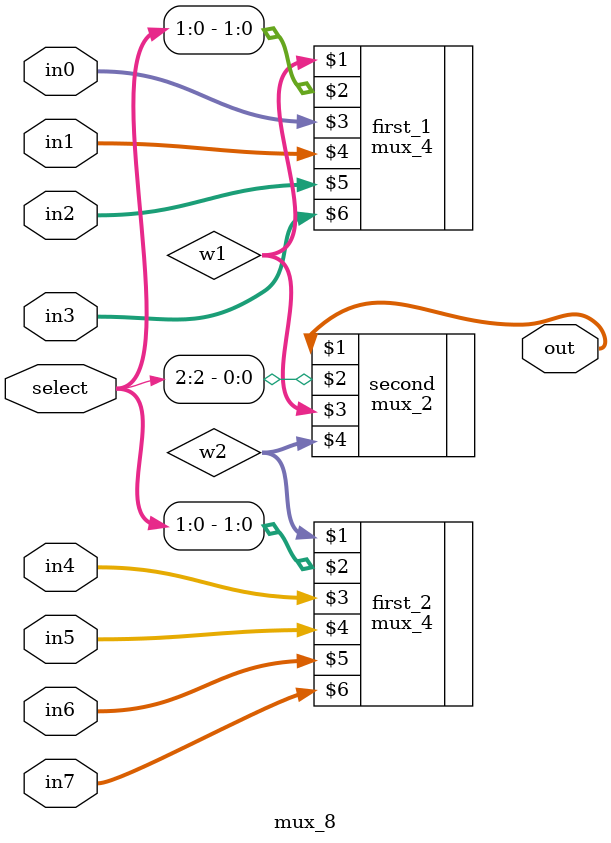
<source format=v>
module mux_8(out, select, in0, in1, in2, in3, in4, in5, in6, in7);
    input [2:0] select;
    input [31:0] in0, in1, in2, in3, in4, in5, in6, in7;
    output [31:0] out;
    wire [31:0] w1, w2;
    mux_4 first_1(w1, select[1:0], in0, in1, in2, in3);
    mux_4 first_2(w2, select[1:0], in4, in5, in6, in7);
    mux_2 second(out, select[2], w1, w2);
endmodule
</source>
